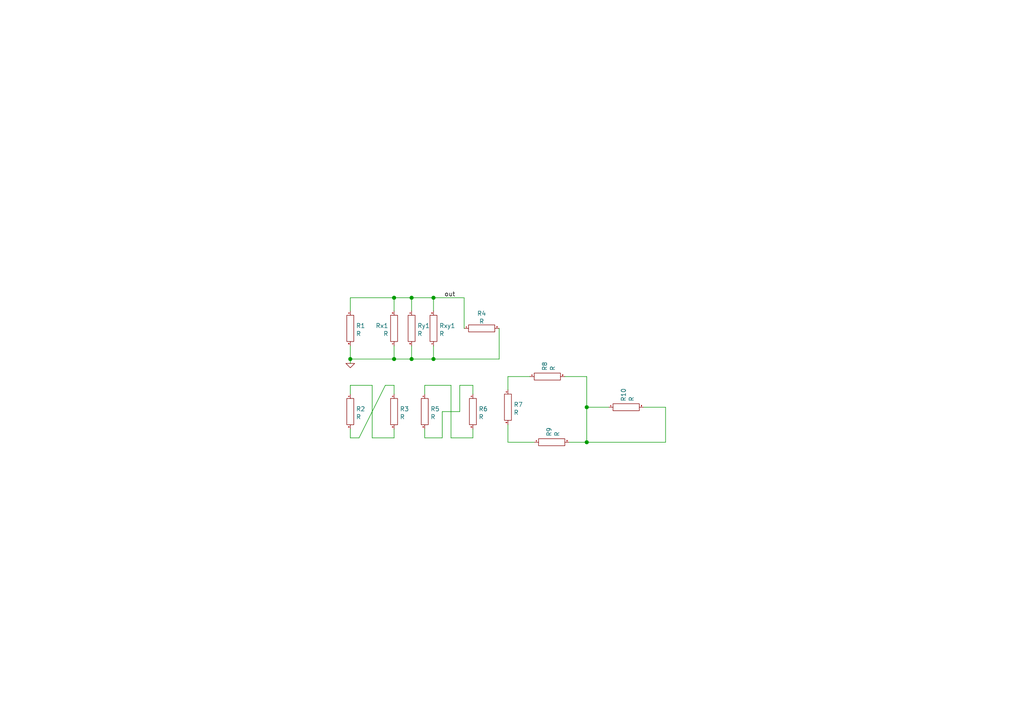
<source format=kicad_sch>
(kicad_sch (version 20210406) (generator eeschema)
  (paper "A4")
  (lib_symbols
    (symbol "spice-ngspice:0" (power) (pin_names (offset 0))
      (symbol "0_0_1"
        (polyline (pts (xy -1.27 0) (xy 0 -1.27) (xy 1.27 0) (xy -1.27 0)))
      )
      (symbol "0_1_1"
        (pin power_in line (at 0 0 0) (length 0) hide (name "0") (number "~"))
      )
    )
    (symbol "spice-ngspice:R" (pin_names (offset 0) hide)
      (property "Reference" "R" (at 0 5.08 0))
      (property "Value" "R" (at 0 0 90))
      (symbol "R_0_1"
        (rectangle (start -1.016 3.81) (end 1.016 -3.81))
      )
      (symbol "R_1_1"
        (pin passive line (at 0 5.08 270) (length 1.27) (name "~") (number "1"))
        (pin passive line (at 0 -5.08 90) (length 1.27) (name "~") (number "2"))
      )
    )
    (symbol "spice-ngspice:R_1" (pin_names (offset 0) hide)
      (property "Reference" "R" (at 0 5.08 0))
      (property "Value" "R" (at 0 0 90))
      (symbol "R_1_0_1"
        (rectangle (start -1.016 3.81) (end 1.016 -3.81))
      )
      (symbol "R_1_1_1"
        (pin passive line (at 0 5.08 270) (length 1.27) (name "~") (number "1"))
        (pin passive line (at 0 -5.08 90) (length 1.27) (name "~") (number "2"))
      )
    )
  )
  (junction (at 101.6 104.14) (diameter 1.016))
  (junction (at 114.3 86.36) (diameter 1.016))
  (junction (at 114.3 104.14) (diameter 1.016))
  (junction (at 119.38 86.36) (diameter 1.016))
  (junction (at 119.38 104.14) (diameter 1.016))
  (junction (at 125.73 86.36) (diameter 1.016))
  (junction (at 125.73 104.14) (diameter 1.016))
  (junction (at 170.18 118.11) (diameter 1.016))
  (junction (at 170.18 128.27) (diameter 1.016))
  (wire (pts (xy 101.6 86.36) (xy 114.3 86.36)))
  (wire (pts (xy 101.6 90.17) (xy 101.6 86.36)))
  (wire (pts (xy 101.6 100.33) (xy 101.6 104.14)))
  (wire (pts (xy 101.6 104.14) (xy 101.6 105.41)))
  (wire (pts (xy 101.6 104.14) (xy 114.3 104.14)))
  (wire (pts (xy 101.6 111.76) (xy 107.95 111.76)))
  (wire (pts (xy 101.6 114.3) (xy 101.6 111.76)))
  (wire (pts (xy 101.6 124.46) (xy 101.6 127)))
  (wire (pts (xy 101.6 127) (xy 104.14 127)))
  (wire (pts (xy 104.14 127) (xy 111.76 111.76)))
  (wire (pts (xy 107.95 111.76) (xy 107.95 127)))
  (wire (pts (xy 107.95 127) (xy 114.3 127)))
  (wire (pts (xy 111.76 111.76) (xy 114.3 111.76)))
  (wire (pts (xy 114.3 86.36) (xy 114.3 90.17)))
  (wire (pts (xy 114.3 86.36) (xy 119.38 86.36)))
  (wire (pts (xy 114.3 100.33) (xy 114.3 104.14)))
  (wire (pts (xy 114.3 104.14) (xy 119.38 104.14)))
  (wire (pts (xy 114.3 111.76) (xy 114.3 114.3)))
  (wire (pts (xy 114.3 127) (xy 114.3 124.46)))
  (wire (pts (xy 119.38 86.36) (xy 125.73 86.36)))
  (wire (pts (xy 119.38 90.17) (xy 119.38 86.36)))
  (wire (pts (xy 119.38 100.33) (xy 119.38 104.14)))
  (wire (pts (xy 119.38 104.14) (xy 125.73 104.14)))
  (wire (pts (xy 123.19 111.76) (xy 130.81 111.76)))
  (wire (pts (xy 123.19 114.3) (xy 123.19 111.76)))
  (wire (pts (xy 123.19 124.46) (xy 123.19 127)))
  (wire (pts (xy 123.19 127) (xy 128.27 127)))
  (wire (pts (xy 125.73 86.36) (xy 125.73 90.17)))
  (wire (pts (xy 125.73 86.36) (xy 134.62 86.36)))
  (wire (pts (xy 125.73 100.33) (xy 125.73 104.14)))
  (wire (pts (xy 125.73 104.14) (xy 144.78 104.14)))
  (wire (pts (xy 128.27 119.38) (xy 128.27 127)))
  (wire (pts (xy 130.81 111.76) (xy 130.81 127)))
  (wire (pts (xy 130.81 127) (xy 137.16 127)))
  (wire (pts (xy 133.35 111.76) (xy 133.35 119.38)))
  (wire (pts (xy 133.35 111.76) (xy 137.16 111.76)))
  (wire (pts (xy 133.35 119.38) (xy 128.27 119.38)))
  (wire (pts (xy 134.62 86.36) (xy 134.62 95.25)))
  (wire (pts (xy 137.16 111.76) (xy 137.16 114.3)))
  (wire (pts (xy 137.16 127) (xy 137.16 124.46)))
  (wire (pts (xy 144.78 104.14) (xy 144.78 95.25)))
  (wire (pts (xy 147.32 109.22) (xy 153.67 109.22)))
  (wire (pts (xy 147.32 113.03) (xy 147.32 109.22)))
  (wire (pts (xy 147.32 123.19) (xy 147.32 128.27)))
  (wire (pts (xy 147.32 128.27) (xy 154.94 128.27)))
  (wire (pts (xy 163.83 109.22) (xy 170.18 109.22)))
  (wire (pts (xy 170.18 109.22) (xy 170.18 118.11)))
  (wire (pts (xy 170.18 118.11) (xy 170.18 128.27)))
  (wire (pts (xy 170.18 118.11) (xy 176.53 118.11)))
  (wire (pts (xy 170.18 128.27) (xy 165.1 128.27)))
  (wire (pts (xy 186.69 118.11) (xy 193.04 118.11)))
  (wire (pts (xy 193.04 118.11) (xy 193.04 128.27)))
  (wire (pts (xy 193.04 128.27) (xy 170.18 128.27)))
  (label "out" (at 132.08 86.36 180))
  (symbol (lib_id "spice-ngspice:0") (at 101.6 105.41 0) (unit 1)
    (property "Reference" "#PWR0101" (effects hide))
    (property "Value" "0" (effects hide))
  )
  (symbol (lib_id "spice-ngspice:R") (at 101.6 95.25 0) (unit 1)
    (property "Reference" "R1" (at 103.2511 94.4891 0) (effects (justify left)))
    (property "Value" "R" (at 103.2511 96.7878 0) (effects (justify left)))
  )
  (symbol (lib_id "spice-ngspice:R") (at 101.6 119.38 0) (unit 1)
    (property "Reference" "R2" (at 103.2511 118.6191 0) (effects (justify left)))
    (property "Value" "R" (at 103.2511 120.9178 0) (effects (justify left)))
  )
  (symbol (lib_id "spice-ngspice:R") (at 114.3 95.25 0) (mirror x) (unit 1)
    (property "Reference" "Rx1" (at 112.649 94.4891 0) (effects (justify right)))
    (property "Value" "R" (at 112.649 96.7878 0) (effects (justify right)))
  )
  (symbol (lib_id "spice-ngspice:R") (at 114.3 119.38 0) (unit 1)
    (property "Reference" "R3" (at 115.9511 118.6191 0) (effects (justify left)))
    (property "Value" "R" (at 115.9511 120.9178 0) (effects (justify left)))
  )
  (symbol (lib_id "spice-ngspice:R") (at 119.38 95.25 0) (mirror y) (unit 1)
    (property "Reference" "Ry1" (at 121.0311 94.4891 0) (effects (justify right)))
    (property "Value" "R" (at 121.0311 96.7878 0) (effects (justify right)))
  )
  (symbol (lib_id "spice-ngspice:R") (at 123.19 119.38 0) (unit 1)
    (property "Reference" "R5" (at 124.8411 118.6191 0) (effects (justify left)))
    (property "Value" "R" (at 124.8411 120.9178 0) (effects (justify left)))
  )
  (symbol (lib_id "spice-ngspice:R") (at 125.73 95.25 180) (unit 1)
    (property "Reference" "Rxy1" (at 127.3811 94.4891 0) (effects (justify right)))
    (property "Value" "R" (at 127.3811 96.7878 0) (effects (justify right)))
  )
  (symbol (lib_id "spice-ngspice:R") (at 137.16 119.38 0) (unit 1)
    (property "Reference" "R6" (at 138.8111 118.6191 0) (effects (justify left)))
    (property "Value" "R" (at 138.8111 120.9178 0) (effects (justify left)))
  )
  (symbol (lib_name "spice-ngspice:R_1") (lib_id "spice-ngspice:R") (at 139.7 95.25 90) (unit 1)
    (property "Reference" "R4" (at 139.7 90.9278 90))
    (property "Value" "R" (at 139.7 93.2265 90))
    (property "Footprint" "Resistor_SMD:R_0201_0603Metric" (effects hide))
  )
  (symbol (lib_id "spice-ngspice:R") (at 147.32 118.11 0) (unit 1)
    (property "Reference" "R7" (at 148.9711 117.3491 0) (effects (justify left)))
    (property "Value" "R" (at 148.9711 119.6478 0) (effects (justify left)))
  )
  (symbol (lib_id "spice-ngspice:R") (at 158.75 109.22 90) (unit 1)
    (property "Reference" "R8" (at 157.9891 107.5689 0) (effects (justify left)))
    (property "Value" "R" (at 160.2878 107.5689 0) (effects (justify left)))
  )
  (symbol (lib_id "spice-ngspice:R") (at 160.02 128.27 90) (unit 1)
    (property "Reference" "R9" (at 159.2591 126.6189 0) (effects (justify left)))
    (property "Value" "R" (at 161.5578 126.6189 0) (effects (justify left)))
  )
  (symbol (lib_id "spice-ngspice:R") (at 181.61 118.11 90) (unit 1)
    (property "Reference" "R10" (at 180.8491 116.4589 0) (effects (justify left)))
    (property "Value" "R" (at 183.1478 116.4589 0) (effects (justify left)))
  )
)
</source>
